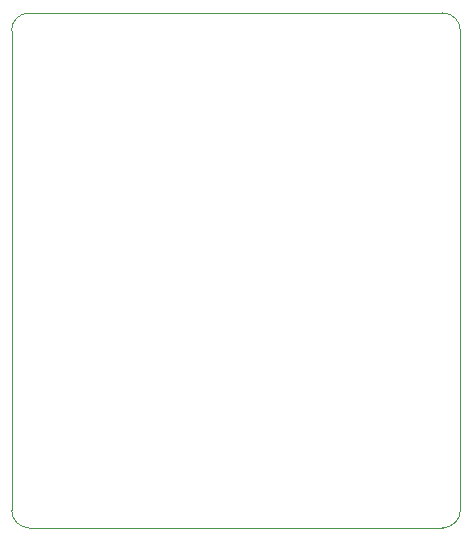
<source format=gm1>
%TF.GenerationSoftware,KiCad,Pcbnew,8.0.8*%
%TF.CreationDate,2025-04-18T09:33:10-04:00*%
%TF.ProjectId,high-power-module,68696768-2d70-46f7-9765-722d6d6f6475,rev?*%
%TF.SameCoordinates,Original*%
%TF.FileFunction,Profile,NP*%
%FSLAX46Y46*%
G04 Gerber Fmt 4.6, Leading zero omitted, Abs format (unit mm)*
G04 Created by KiCad (PCBNEW 8.0.8) date 2025-04-18 09:33:10*
%MOMM*%
%LPD*%
G01*
G04 APERTURE LIST*
%TA.AperFunction,Profile*%
%ADD10C,0.050000*%
%TD*%
G04 APERTURE END LIST*
D10*
X161500000Y-70400000D02*
G75*
G02*
X163000000Y-71900000I0J-1500000D01*
G01*
X126499999Y-70399999D02*
X161500000Y-70400000D01*
X163000000Y-71900000D02*
X163000001Y-112500001D01*
X163000001Y-112500001D02*
G75*
G02*
X161500001Y-114000001I-1500001J1D01*
G01*
X124999999Y-71899999D02*
G75*
G02*
X126499999Y-70399999I1500001J-1D01*
G01*
X161500001Y-114000001D02*
X126499999Y-114000001D01*
X126499999Y-114000001D02*
G75*
G02*
X124999999Y-112500001I1J1500001D01*
G01*
X124999999Y-112500001D02*
X124999999Y-71899999D01*
M02*

</source>
